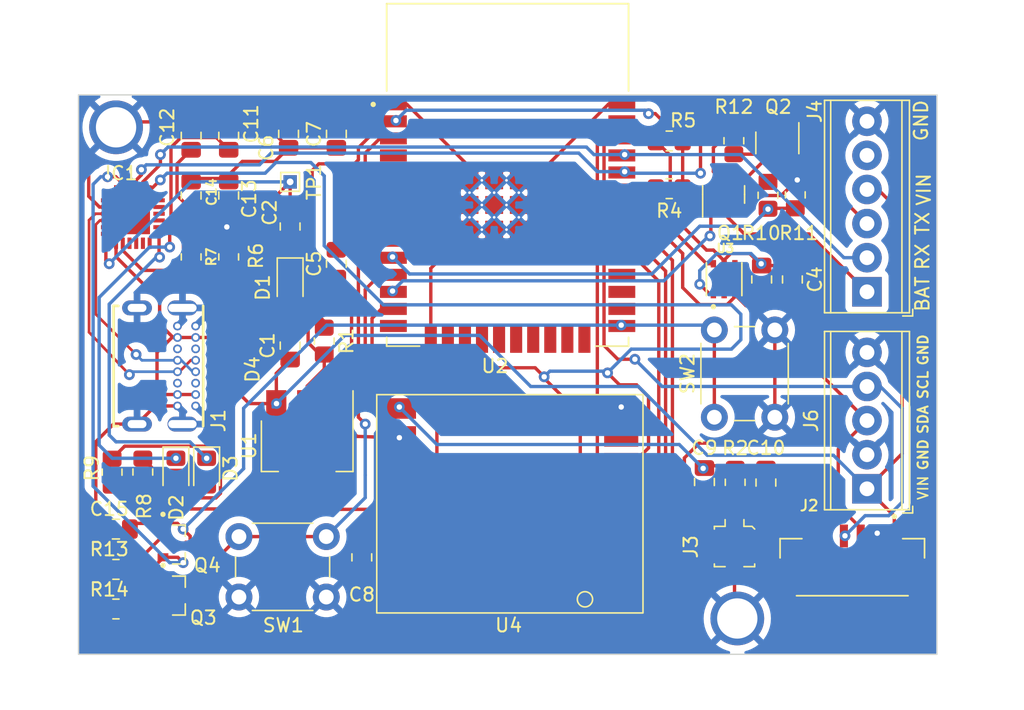
<source format=kicad_pcb>
(kicad_pcb (version 20221018) (generator pcbnew)
  (layers (0 "F.Cu" signal) (31 "B.Cu" signal) (34 "B.Paste" user) (35 "F.Paste" user) (36 "B.SilkS" user "B.Silkscreen") (37 "F.SilkS" user "F.Silkscreen") (38 "B.Mask" user) (39 "F.Mask" user) (44 "Edge.Cuts" user))
  (net 0 "")
  (net 1 "VIN")
  (net 2 "GND")
  (net 3 "+3V3")
  (net 4 "EN")
  (net 5 "Net-(J3-In)")
  (net 6 "RX")
  (net 7 "TX")
  (net 8 "SDA")
  (net 9 "SCL")
  (net 10 "Net-(D1-A)")
  (net 11 "unconnected-(J2-SHIELD-PadS1)")
  (net 12 "ANT")
  (net 13 "RST")
  (net 20 "BAT")
  (net 21 "Callback")
  (net 22 "READ_BAT")
  (net 23 "BOOT")
  (net 27 "CS")
  (net 28 "SCK")
  (net 29 "MISO")
  (net 31 "MOSI")
  (net 48 "Net-(Q1-D)")
  (net 50 "VBUS")
  (net 51 "TXLED")
  (net 52 "Net-(D2-A)")
  (net 53 "RXLED")
  (net 54 "Net-(D3-A)")
  (net 56 "D+")
  (net 57 "D-")
  (net 58 "Net-(IC1-VBUS)")
  (net 67 "DTR")
  (net 69 "Net-(Q3-Pad1)")
  (net 75 "Net-(Q2-D-Pad1)")
  (net 76 "VBAT")
  (net 77 "Net-(Q4-Pad1)")
  (footprint "Resistor_SMD:R_0805_2012Metric_Pad1.20x1.40mm_HandSolder" (layer "F.Cu") (at 178.054 73.612 90)
    (fp_text reference "R11")
    (fp_text value "100k" hide)
  )
  (footprint "Resistor_SMD:R_0805_2012Metric_Pad1.20x1.40mm_HandSolder" (layer "F.Cu") (at 168.672 69.596 180)
    (fp_text reference "R5")
    (fp_text value "4k7" hide)
  )
  (footprint "Package_SO:TSOP-6_1.65x3.05mm_P0.95mm" (layer "F.Cu") (at 176.718 69.74 -90)
    (fp_text reference "Q2")
    (fp_text value "PMN48XP" hide)
  )
  (footprint "ESP32-aqs:QFN50P400X400X80-25N" (layer "F.Cu") (at 128.758 75.266)
    (fp_text reference "IC1")
    (fp_text value "CP2102N-A02-GQFN24" hide)
  )
  (footprint "ESP32-aqs:XDCR_SGP41-D-R4" (layer "F.Cu") (at 172.758 79.89 90)
    (fp_text reference "U3")
    (fp_text value "SGP41-D-R4" hide)
  )
  (footprint "Capacitor_SMD:C_0805_2012Metric_Pad1.18x1.45mm_HandSolder" (layer "F.Cu") (at 145.796 100.6055 -90)
    (fp_text reference "C8")
    (fp_text value "100nF" hide)
  )
  (footprint "Resistor_SMD:R_0805_2012Metric_Pad1.20x1.40mm_HandSolder" (layer "F.Cu") (at 176.022 73.644 -90)
    (fp_text reference "R10")
    (fp_text value "100k" hide)
  )
  (footprint "LED_SMD:LED_0805_2012Metric_Pad1.15x1.40mm_HandSolder" (layer "F.Cu") (at 140.462 80.171 -90)
    (fp_text reference "D1")
    (fp_text value "LED" hide)
  )
  (footprint "Connector_Coaxial:U.FL_Molex_MCRF_73412-0110_Vertical" (layer "F.Cu") (at 173.531 99.797 180)
    (fp_text reference "J3")
    (fp_text value "ufl connector" hide)
  )
  (footprint "Capacitor_SMD:C_0805_2012Metric_Pad1.18x1.45mm_HandSolder" (layer "F.Cu") (at 143.9035 78.74 -90)
    (fp_text reference "C5")
    (fp_text value "0.1µF" hide)
  )
  (footprint "Capacitor_SMD:C_0805_2012Metric_Pad1.18x1.45mm_HandSolder" (layer "F.Cu") (at 177.838 79.9115 -90)
    (fp_text reference "C4")
    (fp_text value "1µF" hide)
  )
  (footprint "Button_Switch_THT:SW_PUSH_6mm" (layer "F.Cu") (at 143.152 103.56 180)
    (fp_text reference "SW1")
    (fp_text value "TC-1102-B-C-B" hide)
  )
  (footprint "Resistor_SMD:R_0805_2012Metric_Pad1.20x1.40mm_HandSolder" (layer "F.Cu") (at 129.5 94.25 90)
    (fp_text reference "R8")
    (fp_text value "1k" hide)
  )
  (footprint "ESP32-aqs:MODULE_ESP32-WROOM-32" (layer "F.Cu") (at 156.645 72.125)
    (fp_text reference "U2")
    (fp_text value "ESP32-WROOM-32" hide)
  )
  (footprint "Capacitor_SMD:C_0805_2012Metric_Pad1.18x1.45mm_HandSolder" (layer "F.Cu") (at 171.294 94.9925 90)
    (fp_text reference "C9")
    (fp_text value "1µF" hide)
  )
  (footprint "Capacitor_SMD:C_0805_2012Metric_Pad1.18x1.45mm_HandSolder" (layer "F.Cu") (at 143.9035 69.0665 -90)
    (fp_text reference "C7")
    (fp_text value "0.1µF" hide)
  )
  (footprint "ESP32-aqs:SX1276S8S+T-X1" (layer "F.Cu") (at 156.56 95.6)
    (fp_text reference "U4")
    (fp_text value "SX1276S8S+T-X1" hide)
  )
  (footprint "TestPoint:TestPoint_THTPad_1.0x1.0mm_Drill0.5mm" (layer "F.Cu") (at 140.462 72.644)
    (fp_text reference "TP1")
    (fp_text value "VDD" hide)
  )
  (footprint "ESP32-aqs:GCT_USB4085-GF-A_REVA4" (layer "F.Cu") (at 129.405 86.355 -90)
    (fp_text reference "J1")
    (fp_text value "USB4085-GF-A_REVA4" hide)
  )
  (footprint "MountingHole:MountingHole_2.2mm_M2_ISO7380_Pad" (layer "F.Cu") (at 173.736 105.156)
    (fp_text reference "H2" hide)
    (fp_text value "MountingHole_Pad" hide)
  )
  (footprint "Resistor_SMD:R_0805_2012Metric_Pad1.20x1.40mm_HandSolder" (layer "F.Cu") (at 127.214 94.259 90)
    (fp_text reference "R9")
    (fp_text value "1k" hide)
  )
  (footprint "ESP32-aqs:JST_BM06B-GHS-TBT_LF__SN__N_" (layer "F.Cu") (at 182.295 102.362)
    (fp_text reference "J2")
    (fp_text value "JST connector SEN55" hide)
  )
  (footprint "Capacitor_SMD:C_0805_2012Metric_Pad1.18x1.45mm_HandSolder" (layer "F.Cu") (at 127.5 98.5 180)
    (fp_text reference "C15")
    (fp_text value "0.1µF")
  )
  (footprint "TerminalBlock_Phoenix:TerminalBlock_Phoenix_MPT-0,5-5-2.54_1x05_P2.54mm_Horizontal" (layer "F.Cu") (at 183.388 95.5 90)
    (fp_text reference "J6")
    (fp_text value "test point / jst connector" hide)
  )
  (footprint "Capacitor_SMD:C_0805_2012Metric_Pad1.18x1.45mm_HandSolder" (layer "F.Cu") (at 175.552 79.9115 -90)
    (fp_text reference "C3" hide)
    (fp_text value "1µF" hide)
  )
  (footprint "Resistor_SMD:R_0805_2012Metric_Pad1.20x1.40mm_HandSolder" (layer "F.Cu") (at 173.58 95.014 -90)
    (fp_text reference "R2")
    (fp_text value "4k7" hide)
  )
  (footprint "ESP32-aqs:SOD-123FL" (layer "F.Cu") (at 135.89 85.9917 -90)
    (fp_text reference "D4")
    (fp_text value "D_Schottky")
  )
  (footprint "TerminalBlock_Phoenix:TerminalBlock_Phoenix_MPT-0,5-6-2.54_1x06_P2.54mm_Horizontal" (layer "F.Cu") (at 183.388 80.83 90)
    (fp_text reference "J4")
    (fp_text value "UART Connector" hide)
  )
  (footprint "Capacitor_SMD:C_0805_2012Metric_Pad1.18x1.45mm_HandSolder" (layer "F.Cu") (at 133.096 73.66 90)
    (fp_text reference "C14")
    (fp_text value "0.1µF" hide)
  )
  (footprint "Capacitor_SMD:C_0805_2012Metric_Pad1.18x1.45mm_HandSolder" (layer "F.Cu") (at 140.462 84.836 90)
    (fp_text reference "C1")
    (fp_text value "100nF" hide)
  )
  (footprint "Resistor_SMD:R_0805_2012Metric_Pad1.20x1.40mm_HandSolder" (layer "F.Cu") (at 135.89 78.232 90)
    (fp_text reference "R7")
    (fp_text value "47k" hide)
  )
  (footprint "Capacitor_SMD:C_0805_2012Metric_Pad1.18x1.45mm_HandSolder" (layer "F.Cu") (at 140.3475 69.0665 -90)
    (fp_text reference "C6")
    (fp_text value "10µF" hide)
  )
  (footprint "Capacitor_SMD:C_0805_2012Metric_Pad1.18x1.45mm_HandSolder" (layer "F.Cu") (at 175.866 95.0355 90)
    (fp_text reference "C10")
    (fp_text value "1µF" hide)
  )
  (footprint "Resistor_SMD:R_0805_2012Metric_Pad1.20x1.40mm_HandSolder" (layer "F.Cu") (at 127.5 104.45)
    (fp_text reference "R14")
    (fp_text value "10k" hide)
  )
  (footprint "Capacitor_SMD:C_0805_2012Metric_Pad1.18x1.45mm_HandSolder" (layer "F.Cu") (at 140.462 75.9675 -90)
    (fp_text reference "C2")
    (fp_text value "10µF" hide)
  )
  (footprint "ESP32-aqs:TRANS_SS8050-G" (layer "F.Cu") (at 132.01 99.65)
    (fp_text reference "Q4")
    (fp_text value "SS8050-G")
  )
  (footprint "ESP32-aqs:TRANS_SS8050-G" (layer "F.Cu") (at 132.01 103.45)
    (fp_text reference "Q3")
    (fp_text value "SS8050-G")
  )
  (footprint "Resistor_SMD:R_0805_2012Metric_Pad1.20x1.40mm_HandSolder" (layer "F.Cu") (at 127.5 101.5)
    (fp_text reference "R13")
    (fp_text value "10k" hide)
  )
  (footprint "Package_TO_SOT_SMD:SOT-23" (layer "F.Cu") (at 172.72 73.5815 90)
    (fp_text reference "Q1")
    (fp_text value "IRLML0030" hide)
  )
  (footprint "Capacitor_SMD:C_0805_2012Metric_Pad1.18x1.45mm_HandSolder" (layer "F.Cu") (at 133.096 69.215 90)
    (fp_text reference "C12")
    (fp_text value "0.1µF" hide)
  )
  (footprint "LED_SMD:LED_0805_2012Metric_Pad1.15x1.40mm_HandSolder" (layer "F.Cu") (at 131.964 94.25 -90)
    (fp_text reference "D2")
    (fp_text value "LED" hide)
  )
  (footprint "Capacitor_SMD:C_0805_2012Metric_Pad1.18x1.45mm_HandSolder" (layer "F.Cu") (at 135.89 73.66 90)
    (fp_text reference "C13")
    (fp_text value "10µF" hide)
  )
  (footprint "Resistor_SMD:R_0805_2012Metric_Pad1.20x1.40mm_HandSolder" (layer "F.Cu") (at 168.672 73.152 180)
    (fp_text reference "R4")
    (fp_text value "4k7" hide)
  )
  (footprint "Resistor_SMD:R_0805_2012Metric_Pad1.20x1.40mm_HandSolder" (layer "F.Cu") (at 173.482 69.58 90)
    (fp_text reference "R12")
    (fp_text value "1M" hide)
  )
  (footprint "MountingHole:MountingHole_2.2mm_M2_ISO7380_Pad" (layer "F.Cu") (at 127.508 68.58)
    (fp_text reference "H1" hide)
    (fp_text value "MountingHole_Pad" hide)
  )
  (footprint "Resistor_SMD:R_0805_2012Metric_Pad1.20x1.40mm_HandSolder" (layer "F.Cu") (at 133.096 78.232 -90)
    (fp_text reference "R6")
    (fp_text value "20k" hide)
  )
  (footprint "Package_TO_SOT_SMD:SOT-223-3_TabPin2" (layer "F.Cu") (at 141.732 92.304 -90)
    (fp_text reference "U1")
    (fp_text value "LD1117S33TR_SOT223" hide)
  )
  (footprint "Resistor_SMD:R_0805_2012Metric_Pad1.20x1.40mm_HandSolder" (layer "F.Cu") (at 143 84.5 -90)
    (fp_text reference "R1")
    (fp_text value "1k")
  )
  (footprint "LED_SMD:LED_0805_2012Metric_Pad1.15x1.40mm_HandSolder" (layer "F.Cu") (at 134.25 94.25 -90)
    (fp_text reference "D3")
    (fp_text value "LED" hide)
  )
  (footprint "Capacitor_SMD:C_0805_2012Metric_Pad1.18x1.45mm_HandSolder" (layer "F.Cu") (at 135.89 69.215 90)
    (fp_text reference "C11")
    (fp_text value "0.1µF" hide)
  )
  (footprint "Button_Switch_THT:SW_PUSH_6mm" (layer "F.Cu") (at 172.03 90.17 90)
    (fp_text reference "SW2")
    (fp_text value "TC-1102-B-C-B" hide)
  )
  (gr_rect (start 124.714 66.167) (end 188.595 107.823) (stroke (width 0.1)) (fill none) (layer "Edge.Cuts"))
  (gr_text "GND" (at 188 86.4 90) (layer "F.SilkS") (effects (font (size 0.75 0.75)) (justify left bottom)))
  (gr_text "RX" (at 188.1 79.3 90) (layer "F.SilkS") (effects (font (size 1 1)) (justify left bottom)))
  (gr_text "SDA" (at 188 91.5 90) (layer "F.SilkS") (effects (font (size 0.75 0.75)) (justify left bottom)))
  (gr_text "GND" (at 188 69.7 90) (layer "F.SilkS") (effects (font (size 1 1)) (justify left bottom)))
  (gr_text "SCL" (at 188 88.9 90) (layer "F.SilkS") (effects (font (size 0.75 0.75)) (justify left bottom)))
  (gr_text "GND" (at 188 94.2 90) (layer "F.SilkS") (effects (font (size 0.75 0.75)) (justify left bottom)))
  (gr_text "TX" (at 188.1 76.7 90) (layer "F.SilkS") (effects (font (size 1 1)) (justify left bottom)))
  (gr_text "VIN" (at 188 96.4 90) (layer "F.SilkS") (effects (font (size 0.75 0.75) (thickness 0.125)) (justify left bottom)))
  (gr_text "BAT" (at 188.1 82.4 90) (layer "F.SilkS") (effects (font (size 1 1)) (justify left bottom)))
  (gr_text "VIN\n" (at 188.2 74.5 90) (layer "F.SilkS") (effects (font (size 1 1)) (justify left bottom)))
  (segment (start 137.414 89.154) (end 139.432 89.154) (width 0.25) (layer "F.Cu") (net 1))
  (segment (start 184.21 73.21) (end 183.388 73.21) (width 0.25) (layer "F.Cu") (net 1))
  (segment (start 183.388 95.5) (end 185.42 97.532) (width 0.25) (layer "F.Cu") (net 1))
  (segment (start 186 75) (end 184.21 73.21) (width 0.25) (layer "F.Cu") (net 1))
  (segment (start 139.432 86.9035) (end 140.462 85.8735) (width 0.25) (layer "F.Cu") (net 1))
  (segment (start 183.388 95.5) (end 186 92.888) (width 0.25) (layer "F.Cu") (net 1))
  (segment (start 186 92.888) (end 186 75) (width 0.25) (layer "F.Cu") (net 1))
  (segment (start 139.432 89.154) (end 139.446 89.154) (width 0.25) (layer "F.Cu") (net 1))
  (segment (start 139.446 89.154) (end 139.432 86.9035) (width 0.25) (layer "F.Cu") (net 1))
  (segment (start 135.89 87.63) (end 137.414 89.154) (width 0.25) (layer "F.Cu") (net 1))
  (segment (start 185.42 97.532) (end 185.42 99.012) (width 0.25) (layer "F.Cu") (net 1))
  (via (at 139.446 89.154) (size 0.8) (drill 0.4) (layers "F.Cu" "B.Cu") (net 1))
  (segment (start 166.384 87.884) (end 158.369 87.884) (width 0.25) (layer "B.Cu") (net 1))
  (segment (start 154.559 84.074) (end 144.526 84.074) (width 0.25) (layer "B.Cu") (net 1))
  (segment (start 183.388 95.5) (end 180.888 93) (width 0.25) (layer "B.Cu") (net 1))
  (segment (start 144.526 84.074) (end 139.446 89.154) (width 0.25) (layer "B.Cu") (net 1))
  (segment (start 171.5 93) (end 166.384 87.884) (width 0.25) (layer "B.Cu") (net 1))
  (segment (start 180.888 93) (end 171.5 93) (width 0.25) (layer "B.Cu") (net 1))
  (segment (start 139.192 89.408) (end 139.446 89.154) (width 0.25) (layer "B.Cu") (net 1))
  (segment (start 158.369 87.884) (end 154.559 84.074) (width 0.25) (layer "B.Cu") (net 1))
  (segment (start 175.006 99.797) (end 175.006 99.822) (width 0.25) (layer "F.Cu") (net 2))
  (segment (start 178.997 80.949) (end 183.388 85.34) (width 0.25) (layer "F.Cu") (net 2))
  (segment (start 172.056 99.797) (end 172.056 99.822) (width 0.25) (layer "F.Cu") (net 2))
  (segment (start 135.89 67.818) (end 137.16 66.548) (width 0.25) (layer "F.Cu") (net 2))
  (segment (start 128.008 74.516) (end 126.27338 74.516) (width 0.25) (layer "F.Cu") (net 2))
  (segment (start 155.645 75.2825) (end 155.645 74.365) (width 0.25) (layer "F.Cu") (net 2))
  (segment (start 143.9035 79.7775) (end 143.9035 80.4035) (width 0.25) (layer "F.Cu") (net 2))
  (segment (start 135.89 72.6225) (end 135.89 72.136) (width 0.25) (layer "F.Cu") (net 2))
  (segment (start 133.096 72.6225) (end 133.3285 72.39) (width 0.25) (layer "F.Cu") (net 2))
  (segment (start 136.906 71.12) (end 139.3315 71.12) (width 0.25) (layer "F.Cu") (net 2))
  (segment (start 173.558 78.74) (end 173.558 79.09) (width 0.25) (layer "F.Cu") (net 2))
  (segment (start 174.493 79.89) (end 175.552 80.949) (width 0.25) (layer "F.Cu") (net 2))
  (segment (start 126 98.0375) (end 126 92) (width 0.25) (layer "F.Cu") (net 2))
  (segment (start 176.53 90.17) (end 176.53 83.67) (width 0.25) (layer "F.Cu") (net 2))
  (segment (start 173.531 104.951) (end 173.736 105.156) (width 0.25) (layer "F.Cu") (net 2))
  (segment (start 175.006 96.933) (end 175.866 96.073) (width 0.25) (layer "F.Cu") (net 2))
  (segment (start 145.034 87.63) (end 144.032 88.632) (width 0.25) (layer "F.Cu") (net 2))
  (segment (start 168.253 103.6) (end 172.056 99.797) (width 0.25) (layer "F.Cu") (net 2))
  (segment (start 174.529 73.66) (end 177.006 73.66) (width 0.25) (layer "F.Cu") (net 2))
  (segment (start 173.558 79.09) (end 172.758 79.89) (width 0.25) (layer "F.Cu") (net 2))
  (segment (start 172.056 99.797) (end 172.056 96.792) (width 0.25) (layer "F.Cu") (net 2))
  (segment (start 157.48 75.2825) (end 157.48 76.2) (width 0.25) (layer "F.Cu") (net 2))
  (segment (start 147.828 66.548) (end 139.7 66.548) (width 0.25) (layer "F.Cu") (net 2))
  (segment (start 170.9 92.1) (end 174.6 92.1) (width 0.25) (layer "F.Cu") (net 2))
  (segment (start 148.59 91.694) (end 148.56 91.6) (width 0.25) (layer "F.Cu") (net 2))
  (segment (start 154.7275 74.365) (end 155.645 74.365) (width 0.25) (layer "F.Cu") (net 2))
  (segment (start 174.6 92.1) (end 176.53 90.17) (width 0.25) (layer "F.Cu") (net 2))
  (segment (start 175.006 99.797) (end 175.006 96.933) (width 0.25) (layer "F.Cu") (net 2))
  (segment (start 126.27338 74.516) (end 125.476 73.71862) (width 0.25) (layer "F.Cu") (net 2))
  (segment (start 165.1 103.6) (end 168.253 103.6) (width 0.25) (layer "F.Cu") (net 2))
  (segment (start 143.9035 79.7775) (end 141.0935 79.7775) (width 0.25) (layer "F.Cu") (net 2))
  (segment (start 156.5625 74.365) (end 155.645 74.365) (width 0.25) (layer "F.Cu") (net 2))
  (segment (start 154.7275 72.53) (end 155.645 72.53) (width 0.25) (layer "F.Cu") (net 2))
  (segment (start 143.152 103.56) (end 145.069 101.643) (width 0.25) (layer "F.Cu") (net 2))
  (segment (start 139.3315 71.12) (end 140.3475 70.104) (width 0.25) (layer "F.Cu") (net 2))
  (segment (start 150.93 84.375) (end 150.93 79.08) (width 0.25) (layer "F.Cu") (net 2))
  (segment (start 164.145 66.865) (end 158.48 72.53) (width 0.25) (layer "F.Cu") (net 2))
  (segment (start 135.75 76) (end 135.75 76.25) (width 0.25) (layer "F.Cu") (net 2))
  (segment (start 153.81 75.2825) (end 153.81 74.365) (width 0.25) (layer "F.Cu") (net 2))
  (segment (start 169.8 95.2) (end 169.8 93.2) (width 0.25) (layer "F.Cu") (net 2))
  (segment (start 156.5625 72.53) (end 157.48 72.53) (width 0.25) (layer "F.Cu") (net 2))
  (segment (start 180.42 99.012) (end 180.42 98.162) (width 0.25) (layer "F.Cu") (net 2))
  (segment (start 177.838 80.949) (end 178.997 80.949) (width 0.25) (layer "F.Cu") (net 2))
  (segment (start 153.81 73.4475) (end 153.81 72.53) (width 0.25) (layer "F.Cu") (net 2))
  (segment (start 128.758 75.266) (end 128.008 74.516) (width 0.25) (layer "F.Cu") (net 2))
  (segment (start 127.9105 68.1775) (end 127.508 68.58) (width 0.25) (layer "F.Cu") (net 2))
  (segment (start 178.331 96.073) (end 175.866 96.073) (width 0.25) (layer "F.Cu") (net 2))
  (segment (start 126.4625 98.5) (end 126 98.0375) (width 0.25) (layer "F.Cu") (net 2))
  (segment (start 156.5625 76.2) (end 155.645 76.2) (width 0.25) (layer "F.Cu") (net 2))
  (segment (start 145.069 101.643) (end 145.796 101.643) (width 0.25) (layer "F.Cu") (net 2))
  (segment (start 143.9035 80.4035) (end 145.034 81.534) (width 0.25) (layer "F.Cu") (net 2))
  (segment (start 157.48 75.2825) (end 157.48 74.365) (width 0.25) (layer "F.Cu") (net 2))
  (segment (start 148.145 66.865) (end 149.145 66.865) (width 0.25) (layer "F.Cu") (net 2))
  (segment (start 127.32 90.68) (end 129.07 90.68) (width 0.25) (layer "F.Cu") (net 2))
  (segment (start 165.145 66.865) (end 164.145 66.865) (width 0.25) (layer "F.Cu") (net 2))
  (segment (start 130.42 89.33) (end 132.08 89.33) (width 0.25) (layer "F.Cu") (net 2))
  (segment (start 125.476 73.71862) (end 125.476 70.612) (width 0.25) (layer "F.Cu") (net 2))
  (segment (start 156.5625 76.2) (end 157.48 76.2) (width 0.25) (layer "F.Cu") (net 2))
  (segment (start 141.0935 79.7775) (end 140.462 79.146) (width 0.25) (layer "F.Cu") (net 2))
  (segment (start 144.032 88.632) (end 144.032 89.154) (width 0.25) (layer "F.Cu") (net 2))
  (segment (start 154.7275 76.2) (end 153.81 76.2) (width 0.25) (layer "F.Cu") (net 2))
  (segment (start 140.462 77.005) (end 140.462 79.146) (width 0.25) (layer "F.Cu") (net 2))
  (segment (start 172.056 99.822) (end 173.531 101.297) (width 0.25) (layer "F.Cu") (net 2))
  (segment (start 133.3285 72.39) (end 135.6575 72.39) (width 0.25) (layer "F.Cu") (net 2))
  (segment (start 172.758 81.04) (end 172.758 79.89) (width 0.25) (layer "F.Cu") (net 2))
  (segment (start 155.645 73.4475) (end 155.645 72.53) (width 0.25) (layer "F.Cu") (net 2))
  (segment (start 175.552 80.949) (end 177.838 80.949) (width 0.25) (layer "F.Cu") (net 2))
  (segment (start 175.006 99.822) (end 173.531 101.297) (width 0.25) (layer "F.Cu") (net 2))
  (segment (start 145.034 81.534) (end 145.034 87.63) (width 0.25) (layer "F.Cu") (net 2))
  (segment (start 135.89 68.1775) (end 138.421 68.1775) (width 0.25) (layer "F.Cu") (net 2))
  (segment (start 137.16 66.548) (end 139.7 66.548) (width 0.25) (layer "F.Cu") (net 2))
  (segment (start 149.145 66.865) (end 153.81 71.53) (width 0.25) (layer "F.Cu") (net 2))
  (segment (start 135.89 68.1775) (end 135.89 67.818) (width 0.25) (layer "F.Cu") (net 2))
  (segment (start 133.096 68.1775) (end 127.9105 68.1775) (width 0.25) (layer "F.Cu") (net 2))
  (segment (start 144.032 90.184) (end 145.448 91.6) (width 0.25) (layer "F.Cu") (net 2))
  (segment (start 135.6575 72.39) (end 135.89 72.6225) (width 0.25) (layer "F.Cu") (net 2))
  (segment (start 170.63 96.03) (end 169.8 95.2) (width 0.25) (layer "F.Cu") (net 2))
  (segment (start 173.67 74.519) (end 174.529 73.66) (width 0.25) (layer "F.Cu") (net 2))
  (segment (start 126 92) (end 127.32 90.68) (width 0.25) (layer "F.Cu") (net 2))
  (segment (start 173.531 101.297) (end 173.531 104.951) (width 0.25) (layer "F.Cu") (net 2))
  (segment (start 135.89 76.39) (end 135.89 77.232) (width 0.25) (layer "F.Cu") (net 2))
  (segment (start 171.294 96.03) (end 170.63 96.03) (width 0.25) (layer "F.Cu") (net 2))
  (segment (start 153.81 71.53) (end 153.81 72.53) (width 0.25) (layer "F.Cu") (net 2))
  (segment (start 153.81 73.4475) (end 153.81 74.365) (width 0.25) (layer "F.Cu") (net 2))
  (segment (start 172.056 96.792) (end 171.294 96.03) (width 0.25) (layer "F.Cu") (net 2))
  (segment (start 157.48 73.4475) (end 157.48 72.53) (width 0.25) (layer "F.Cu") (net 2))
  (segment (start 138.6935 82.03) (end 140.462 83.7985) (width 0.25) (layer "F.Cu") (net 2))
  (segment (start 125.476 70.612) (end 127.508 68.58) (width 0.25) (layer "F.Cu") (net 2))
  (segment (start 155.645 75.2825) (end 155.645 76.2) (width 0.25) (layer "F.Cu") (net 2))
  (segment (start 169.8 93.2) (end 170.9 92.1) (width 0.25) (layer "F.Cu") (net 2))
  (segment (start 153.81 75.2825) (end 153.81 76.2) (width 0.25) (layer "F.Cu") (net 2))
  (segment (start 154.7275 74.365) (end 153.81 74.365) (width 0.25) (layer "F.Cu") (net 2))
  (segment (start 148.145 66.865) (end 147.828 66.548) (width 0.25) (layer "F.Cu") (net 2))
  (segment (start 135.89 72.136) (end 136.906 71.12) (width 0.25) (layer "F.Cu") (net 2))
  (segment (start 135.75 76.25) (end 135.89 76.39) (width 0.25) (layer "F.Cu") (net 2))
  (segment (start 172.758 79.89) (end 174.493 79.89) (width 0.25) (layer "F.Cu") (net 2))
  (segment (start 155.645 73.4475) (end 155.645 74.365) (width 0.25) (layer "F.Cu") (net 2))
  (segment (start 150.93 79.08) (end 153.81 76.2) (width 0.25) (layer "F.Cu") (net 2))
  (segment (start 156.5625 72.53) (end 155.645 72.53) (width 0.25) (layer "F.Cu") (net 2))
  (segment (start 154.7275 76.2) (end 155.645 76.2) (width 0.25) (layer "F.Cu") (net 2))
  (segment (start 178.2 72.5) (end 178.054 72.612) (width 0.25) (layer "F.Cu") (net 2))
  (segment (start 133.096 68.1775) (end 135.89 68.1775) (width 0.25) (layer "F.Cu") (net 2))
  (segment (start 144.032 89.154) (end 144.032 90.184) (width 0.25) (layer "F.Cu") (net 2))
  (segment (start 154.7275 72.53) (end 153.81 72.53) (width 0.25) (layer "F.Cu") (net 2))
  (segment (start 145.448 91.6) (end 148.59 91.694) (width 0.25) (layer "F.Cu") (net 2))
  (segment (start 180.42 98.162) (end 178.331 96.073) (width 0.25) (layer "F.Cu") (net 2))
  (segment (start 177.006 73.66) (end 178.2 72.5) (width 0.25) (layer "F.Cu") (net 2))
  (segment (start 132.45 82.03) (end 138.6935 82.03) (width 0.25) (layer "F.Cu") (net 2))
  (segment (start 140.3475 70.104) (end 143.9035 70.104) (width 0.25) (layer "F.Cu") (net 2))
  (segment (start 156.5625 74.365) (end 157.48 74.365) (width 0.25) (layer "F.Cu") (net 2))
  (segment (start 138.421 68.1775) (end 140.3475 70.104) (width 0.25) (layer "F.Cu") (net 2))
  (segment (start 129.07 90.68) (end 130.42 89.33) (width 0.25) (layer "F.Cu") (net 2))
  (segment (start 157.48 73.4475) (end 157.48 74.365) (width 0.25) (layer "F.Cu") (net 2))
  (segment (start 158.48 72.53) (end 157.48 72.53) (width 0.25) (layer "F.Cu") (net 2))
  (via (at 178.2 72.5) (size 0.8) (drill 0.4) (layers "F.Cu" "B.Cu") (net 2))
  (via (at 165.1 89.408) (size 0.8) (drill 0.4) (layers "F.Cu" "B.Cu") (net 2))
  (via (at 135.75 76) (size 0.8) (drill 0.4) (layers "F.Cu" "B.Cu") (net 2))
  (via (at 148.59 91.694) (size 0.8) (drill 0.4) (layers "F.Cu" "B.Cu") (net 2))
  (via (at 184.15 98.806) (size 0.8) (drill 0.4) (layers "F.Cu" "B.Cu") (net 2))
  (segment (start 141.05 82.55) (end 141.8 83.3) (width 0.25) (layer "F.Cu") (net 3))
  (segment (start 169.672 69.596) (end 169.672 73.152) (width 0.25) (layer "F.Cu") (net 3))
  (segment (start 172.758 78.465) (end 173.245 77.978) (width 0.25) (layer "F.Cu") (net 3))
  (segment (start 148.208 68.135) (end 144.0095 68.135) (width 0.25) (layer "F.Cu") (net 3))
  (segment (start 139.192 76.2) (end 139.192 81.778087) (width 0.25) (layer "F.Cu") (net 3))
  (segment (start 132.046 71.3025) (end 132.046 73.6475) (width 0.25) (layer "F.Cu") (net 3))
  (segment (start 139.192 81.778087) (end 139.963913 82.55) (width 0.25) (layer "F.Cu") (net 3))
  (segment (start 135.301826 73.66) (end 139.446 73.66) (width 0.25) (layer "F.Cu") (net 3))
  (segment (start 167.132 67.564) (end 167.64 67.564) (width 0.25) (layer "F.Cu") (net 3))
  (segment (start 133.096 70.2525) (end 132.046 71.3025) (width 0.25) (layer "F.Cu") (net 3))
  (segment (start 169.672 75.946) (end 171.45 77.724) (width 0.25) (layer "F.Cu") (net 3))
  (segment (start 141.732 95.454) (end 143.306 97.028) (width 0.25) (layer "F.Cu") (net 3))
  (segment (start 145.542 70.09838) (end 145.542 71) (width 0.25) (layer "F.Cu") (net 3))
  (segment (start 172.758 78.74) (end 172.758 78.465) (width 0.25) (layer "F.Cu") (net 3))
  (segment (start 171.45 77.724) (end 171.958 77.724) (width 0.25) (layer "F.Cu") (net 3))
  (segment (start 134.84 74.121826) (end 135.301826 73.66) (width 0.25) (layer "F.Cu") (net 3))
  (segment (start 144.0095 68.135) (end 143.9035 68.029) (width 0.25) (layer "F.Cu") (net 3))
  (segment (start 134.3445 74.6975) (end 134.84 74.202) (width 0.25) (layer "F.Cu") (net 3))
  (segment (start 142.6 71.3) (end 142.1 71.8) (width 0.25) (layer "F.Cu") (net 3))
  (segment (start 145.242 71.3) (end 142.6 71.3) (width 0.25) (layer "F.Cu") (net 3))
  (segment (start 142.1 71.8) (end 142.1 73.292) (width 0.25) (layer "F.Cu") (net 3))
  (segment (start 127.223 95.25) (end 127.214 95.259) (width 0.25) (layer "F.Cu") (net 3))
  (segment (start 170.942 80.264) (end 171.718 81.04) (width 0.25) (layer "F.Cu") (net 3))
  (segment (start 143.306 97.028) (end 147.988 97.028) (width 0.25) (layer "F.Cu") (net 3))
  (segment (start 139.963913 82.55) (end 141.05 82.55) (width 0.25) (layer "F.Cu") (net 3))
  (segment (start 141.732 89.154) (end 141.732 95.454) (width 0.25) (layer "F.Cu") (net 3))
  (segment (start 148.145 68.135) (end 148.082 68.135) (width 0.25) (layer "F.Cu") (net 3))
  (segment (start 148.082 68.135) (end 148.336 68.072) (width 0.25) (layer "F.Cu") (net 3))
  (segment (start 140.3475 68.029) (end 143.9035 68.029) (width 0.25) (layer "F.Cu") (net 3))
  (segment (start 174.656 77.978) (end 175.552 78.874) (width 0.25) (layer "F.Cu") (net 3))
  (segment (start 140.462 74.93) (end 139.192 76.2) (width 0.25) (layer "F.Cu") (net 3))
  (segment (start 145.796 99.568) (end 147.764 97.6) (width 0.25) (layer "F.Cu") (net 3))
  (segment (start 140.462 74.93) (end 140.462 72.644) (width 0.25) (layer "F.Cu") (net 3))
  (segment (start 177.838 78.874) (end 175.552 78.874) (width 0.25) (layer "F.Cu") (net 3))
  (segment (start 129.5 95.25) (end 131.25 97) (width 0.25) (layer "F.Cu") (net 3))
  (segment (start 141.8 84.618) (end 143.002 85.82) (width 0.25) (layer "F.Cu") (net 3))
  (segment (start 133.096 74.6975) (end 134.3445 74.6975) (width 0.25) (layer "F.Cu") (net 3))
  (segment (start 126.75 78.49) (end 126.75 76.574) (width 0.25) (layer "F.Cu") (net 3))
  (segment (start 148.336 68.072) (end 148.208 68.135) (width 0.25) (layer "F.Cu") (net 3))
  (segment (start 139.446 73.66) (end 140.462 72.644) (width 0.25) (layer "F.Cu") (net 3))
  (segment (start 131.25 97) (end 140.186 97) (width 0.25) (layer "F.Cu") (net 3))
  (segment (start 143.002 86.582) (end 141.732 87.852) (width 0.25) (layer "F.Cu") (net 3))
  (segment (start 147.988 97.028) (end 148.56 97.6) (width 0.25) (layer "F.Cu") (net 3))
  (segment (start 171.718 81.04) (end 171.958 81.04) (width 0.25) (layer "F.Cu") (net 3))
  (segment (start 129.5 95.25) (end 127.223 95.25) (width 0.25) (layer "F.Cu") (net 3))
  (segment (start 147.764 97.6) (end 148.56 97.6) (width 0.25) (layer "F.Cu") (net 3))
  (segment (start 145.542 71) (end 145.242 71.3) (width 0.25) (layer "F.Cu") (net 3))
  (segment (start 140.186 97) (end 141.732 95.454) (width 0.25) (layer "F.Cu") (net 3))
  (segment (start 142.1 73.292) (end 140.462 74.93) (width 0.25) (layer "F.Cu") (net 3))
  (segment (start 167.64 67.564) (end 169.672 69.596) (width 0.25) (layer "F.Cu") (net 3))
  (segment (start 127 78.74) (end 126.75 78.49) (width 0.25) (layer "F.Cu") (net 3))
  (segment (start 126.75 76.574) (end 126.808 76.516) (width 0.25) (layer "F.Cu") (net 3))
  (segment (start 143.002 85.82) (end 143.002 86.582) (width 0.25) (layer "F.Cu") (net 3))
  (segment (start 132.046 73.6475) (end 133.096 74.6975) (width 0.25) (layer "F.Cu") (net 3))
  (segment (start 148.145 68.135) (end 147.50538 68.135) (width 0.25) (layer "F.Cu") (net 3))
  (segment (start 141.8 83.3) (end 141.8 84.618) (width 0.25) (layer "F.Cu") (net 3))
  (segment (start 134.84 74.202) (end 134.84 74.121826) (width 0.25) (layer "F.Cu") (net 3))
  (segment (start 147.50538 68.135) (end 145.542 70.09838) (width 0.25) (layer "F.Cu") (net 3))
  (segment (start 171.958 77.724) (end 172.758 78.524) (width 0.25) (layer "F.Cu") (net 3))
  (segment (start 169.672 73.152) (end 169.672 75.946) (width 0.25) (layer "F.Cu") (net 3))
  (segment (start 141.732 87.852) (end 141.732 89.154) (width 0.25) (layer "F.Cu") (net 3))
  (segment (start 172.758 78.524) (end 172.758 78.74) (width 0.25) (layer "F.Cu") (net 3))
  (segment (start 173.245 77.978) (end 174.656 77.978) (width 0.25) (layer "F.Cu") (net 3))
  (segment (start 126.808 76.516) (end 126.808 76.016) (width 0.25) (layer "F.Cu") (net 3))
  (via (at 175.514 78.74) (size 0.8) (drill 0.4) (layers "F.Cu" "B.Cu") (net 3))
  (via (at 148.336 68.072) (size 0.8) (drill 0.4) (layers "F.Cu" "B.Cu") (net 3))
  (via (at 127 78.74) (size 0.8) (drill 0.4) (layers "F.Cu" "B.Cu") (net 3))
  (via (at 170.942 80.264) (size 0.8) (drill 0.4) (layers "F.Cu" "B.Cu") (net 3))
  (via (at 167.132 67.564) (size 0.8) (drill 0.4) (layers "F.Cu" "B.Cu") (net 3))
  (segment (start 149.098 67.31) (end 148.336 68.072) (width 0.25) (layer "B.Cu") (net 3))
  (segment (start 127 78.74) (end 133.096 72.644) (width 0.25) (layer "B.Cu") (net 3))
  (segment (start 166.878 67.31) (end 149.098 67.31) (width 0.25) (layer "B.Cu") (net 3))
  (segment (start 172.212 77.978) (end 174.752 77.978) (width 0.25) (layer "B.Cu") (net 3))
  (segment (start 133.096 72.644) (end 140.462 72.644) (width 0.25) (layer "B.Cu") (net 3))
  (segment (start 170.942 79.248) (end 172.212 77.978) (width 0.25) (layer "B.Cu") (net 3))
  (segment (start 170.942 80.264) (end 170.942 79.248) (width 0.25) (layer "B.Cu") (net 3))
  (segment (start 167.132 67.564) (end 166.878 67.31) (width 0.25) (layer "B.Cu") (net 3))
  (segment (start 174.752 77.978) (end 175.514 78.74) (width 0.25) (layer "B.Cu") (net 3))
  (segment (start 133.02 102.692) (end 136.652 99.06) (width 0.25) (layer "F.Cu") (net 4))
  (segment (start 146.05 90.678) (end 145.542 90.17) (width 0.25) (layer "F.Cu") (net 4))
  (segment (start 146.05 75.45) (end 143.9035 77.5965) (width 0.25) (layer "F.Cu") (net 4))
  (segment (start 147.145 69.405) (end 146.05 70.5) (width 0.25) (layer "F.Cu") (net 4))
  (segment (start 144.7585 77.7025) (end 143.9035 77.7025) (width 0.25) (layer "F.Cu") (net 4))
  (segment (start 145.542 90.17) (end 145.542 78.486) (width 0.25) (layer "F.Cu") (net 4))
  (segment (start 145.542 78.486) (end 144.7585 77.7025) (width 0.25) (layer "F.Cu") (net 4))
  (segment (start 146.05 70.5) (end 146.05 75.45) (width 0.25) (layer "F.Cu") (net 4))
  (segment (start 148.145 69.405) (end 147.145 69.405) (width 0.25) (layer "F.Cu") (net 4))
  (segment (start 133.02 103.45) (end 133.02 102.692) (width 0.25) (layer "F.Cu") (net 4))
  (segment (start 143.9035 77.5965) (end 143.9035 77.7025) (width 0.25) (layer "F.Cu") (net 4))
  (segment (start 136.652 99.06) (end 143.152 99.06) (width 0.25) (layer "F.Cu") (net 4))
  (via (at 146.05 90.678) (size 0.8) (drill 0.4) (layers "F.Cu" "B.Cu") (net 4))
  (segment (start 143.152 99.06) (end 146.05 96.162) (width 0.25) (layer "B.Cu") (net 4))
  (segment (start 146.05 96.162) (end 146.05 94.488) (width 0.25) (layer "B.Cu") (net 4))
  (segment (start 146.05 90.678) (end 146.05 94.488) (width 0.25) (layer "B.Cu") (net 4))
  (segment (start 173.85 96.014) (end 173.58 96.014) (width 0.25) (layer "F.Cu") (net 5))
  (segment (start 173.531 98.297) (end 173.531 96.063) (width 0.25) (layer "F.Cu") (net 5))
  (segment (start 173.531 96.063) (end 173.58 96.014) (width 0.25) (layer "F.Cu") (net 5))
  (segment (start 175.866 93.998) (end 173.85 96.014) (width 0.25) (layer "F.Cu") (net 5))
  (segment (start 130.81 71.342396) (end 129.508 72.644396) (width 0.25) (layer "F.Cu") (net 6))
  (segment (start 129.508 72.644396) (end 129.508 73.316) (width 0.25) (layer "F.Cu") (net 6))
  (segment (start 130.81 70.612) (end 130.81 71.342396) (width 0.25) (layer "F.Cu") (net 6))
  (via (at 165.354 70.612) (size 0.8) (drill 0.4) (layers "F.Cu" "B.Cu") (net 6))
  (via (at 130.81 70.612) (size 0.8) (drill 0.4) (layers "F.Cu" "B.Cu") (net 6))
  (segment (start 181.668 78.29) (end 173.99 70.612) (width 0.25) (layer "B.Cu") (net 6))
  (segment (start 173.99 70.612) (end 165.354 70.612) (width 0.25) (layer "B.Cu") (net 6))
  (segment (start 162.506 70.05) (end 163.068 70.612) (width 0.25) (layer "B.Cu") (net 6))
  (segment (start 131.372 70.05) (end 162.506 70.05) (width 0.25) (layer "B.Cu") (net 6))
  (segment (start 163.068 70.612) (end 165.354 70.612) (width 0.25) (layer "B.Cu") (net 6))
  (segment (start 130.81 70.612) (end 131.372 70.05) (width 0.25) (layer "B.Cu") (net 6))
  (segment (start 183.388 78.29) (end 181.668 78.29) (width 0.25) (layer "B.Cu") (net 6))
  (segment (start 129.392898 71.734898) (end 129.392898 72.123102) (width 0.25) (layer "F.Cu") (net 7))
  (segment (start 171 68.974413) (end 171 72) (width 0.25) (layer "F.Cu") (net 7))
  (segment (start 179 68.5) (end 178 67.5) (width 0.25) (layer "F.Cu") (net 7))
  (segment (start 178 67.5) (end 172.474413 67.5) (width 0.25) (layer "F.Cu") (net 7))
  (segment (start 129.392898 72.123102) (end 129.008 72.508) (width 0.25) (layer "F.Cu") (net 7))
  (segment (start 179 71.362) (end 179 68.5) (width 0.25) (layer "F.Cu") (net 7))
  (segment (start 183.388 75.75) (end 179 71.362) (width 0.25) (layer "F.Cu") (net 7))
  (segment (start 172.474413 67.5) (end 171 68.974413) (width 0.25) (layer "F.Cu") (net 7))
  (segment (start 129.008 72.508) (end 129.008 73.316) (width 0.25) (layer "F.Cu") (net 7))
  (via (at 171 72) (size 0.8) (drill 0.4) (layers "F.Cu" "B.Cu") (net 7))
  (via (at 129.392898 71.734898) (size 0.8) (drill 0.4) (layers "F.Cu" "B.Cu") (net 7))
  (via (at 165.354 71.882) (size 0.8) (drill 0.4) (layers "F.Cu" "B.Cu") (net 7))
  (segment (start 139.05 70.5) (end 161.94 70.5) (width 0.25) (layer "B.Cu") (net 7))
  (segment (start 129.392898 71.734898) (end 129.753796 71.374) (width 0.25) (layer "B.Cu") (net 7))
  (segment (start 138.176 71.374) (end 139.05 70.5) (width 0.25) (layer "B.Cu") (net 7))
  (segment (start 171 72) (end 165.472 72) (width 0.25) (layer "B.Cu") (net 7))
  (segment (start 165.472 72) (end 165.354 71.882) (width 0.25) (layer "B.Cu") (net 7))
  (segment (start 129.753796 71.374) (end 138.176 71.374) (width 0.25) (layer "B.Cu") (net 7))
  (segment (start 161.94 70.5) (end 163.322 71.882) (width 0.25) (layer "B.Cu") (net 7))
  (segment (start 163.322 71.882) (end 165.354 71.882) (width 0.25) (layer "B.Cu") (net 7))
  (segment (start 169.672 80.518) (end 169.672 77.978) (width 0.25) (layer "F.Cu") (net 8))
  (segment (start 173.558 81.204) (end 172.974 81.788) (width 0.25) (layer "F.Cu") (net 8))
  (segment (start 183.388 90.42) (end 178.5 85.532) (width 0.25) (layer "F.Cu") (net 8))
  (segment (start 167.672 75.978) (end 167.672 73.152) (width 0.25) (layer "F.Cu") (net 8))
  (segment (start 178.5 85.532) (end 178.5 82.5) (width 0.25) (layer "F.Cu") (net 8))
  (segment (start 174.3795 81.8615) (end 173.558 81.04) (width 0.25) (layer "F.Cu") (net 8))
  (segment (start 165.208 73.152) (end 165.145 73.215) (width 0.25) (layer "F.Cu") (net 8))
  (segment (start 181.25 92.558) (end 183.388 90.42) (width 0.25) (layer "F.Cu") (net 8))
  (segment (start 167.672 73.152) (end 165.208 73.152) (width 0.25) (layer "F.Cu") (net 8))
  (segment (start 182.92 98.42) (end 181.25 96.75) (width 0.25) (layer "F.Cu") (net 8))
  (segment (start 170.942 81.788) (end 169.672 80.518) (width 0.25) (layer "F.Cu") (net 8))
  (segment (start 177.8615 81.8615) (end 174.3795 81.8615) (width 0.25) (layer "F.Cu") (net 8))
  (segment (start 181.25 96.75) (end 181.25 92.558) (width 0.25) (layer "F.Cu") (net 8))
  (segment (start 173.558 81.04) (end 173.558 81.204) (width 0.25) (layer "F.Cu") (net 8))
  (segment (start 172.974 81.788) (end 170.942 81.788) (width 0.25) (layer "F.Cu") (net 8))
  (segment (start 182.92 99.012) (end 182.92 98.42) (width 0.25) (layer "F.Cu") (net 8))
  (segment (start 178.5 82.5) (end 177.8615 81.8615) (width 0.25) (layer "F.Cu") (net 8))
  (segment (start 169.672 77.978) (end 167.672 75.978) (width 0.25) (layer "F.Cu") (net 8))
  (segment (start 171.45 78.74) (end 171.958 78.74) (width 0.25) (layer "F.Cu") (net 9))
  (segment (start 163.82 84.826) (end 164.846 85.852) (width 0.25) (layer "F.Cu") (net 9))
  (segment (start 167.672 69.596) (end 168.747 70.671) (width 0.25) (layer "F.Cu") (net 9))
  (segment (start 164.145 69.405) (end 163.82 69.73) (width 0.25) (layer "F.Cu") (net 9))
  (segment (start 168.747 70.671) (end 168.747 76.037) (width 0.25) (layer "F.Cu") (net 9))
  (segment (start 165.145 69.405) (end 164.145 69.405) (width 0.25) (layer "F.Cu") (net 9))
  (segment (start 168.747 76.037) (end 171.45 78.74) (width 0.25) (layer "F.Cu") (net 9))
  (segment (start 167.481 69.405) (end 167.672 69.596) (width 0.25) (layer "F.Cu") (net 9))
  (segment (start 165.202 69.462) (end 165.145 69.405) (width 0.25) (layer "F.Cu") (net 9))
  (segment (start 163.82 69.73) (end 163.82 84.826) (width 0.25) (layer "F.Cu") (net 9))
  (segment (start 164.846 85.852) (end 166.116 85.852) (width 0.25) (layer "F.Cu") (net 9))
  (segment (start 165.145 69.405) (end 167.481 69.405) (width 0.25) (layer "F.Cu") (net 9))
  (via (at 181.75 99) (size 0.8) (drill 0.4) (layers "F.Cu" "B.Cu") (net 9))
  (via (at 166.116 85.852) (size 0.8) (drill 0.4) (layers "F.Cu" "B.Cu") (net 9))
  (segment (start 186 96.5) (end 186 89.5) (width 0.25) (layer "B.Cu") (net 9))
  (segment (start 184.38 87.88) (end 183.388 87.88) (width 0.25) (layer "B.Cu") (net 9))
  (segment (start 185 97.5) (end 186 96.5) (width 0.25) (layer "B.Cu") (net 9))
  (segment (start 183.25 97.5) (end 185 97.5) (width 0.25) (layer "B.Cu") (net 9))
  (segment (start 181.75 99) (end 183.25 97.5) (width 0.25) (layer "B.Cu") (net 9))
  (segment (start 186 89.5) (end 184.38 87.88) (width 0.25) (layer "B.Cu") (net 9))
  (segment (start 183.388 87.88) (end 168.144 87.88) (width 0.25) (layer "B.Cu") (net 9))
  (segment (start 168.144 87.88) (end 166.116 85.852) (width 0.25) (layer "B.Cu") (net 9))
  (segment (start 140.462 81.196) (end 141.162 81.196) (width 0.25) (layer "F.Cu") (net 10))
  (segment (start 141.162 81.196) (end 143.002 83.036) (width 0.25) (layer "F.Cu") (net 10))
  (segment (start 143.002 83.036) (end 143.002 83.82) (width 0.25) (layer "F.Cu") (net 10))
  (segment (start 177.32 102.362) (end 187.27 102.362) (width 0.25) (layer "F.Cu") (net 11))
  (segment (start 171.353 93.7815) (end 171.294 93.7225) (width 0.25) (layer "F.Cu") (net 12))
  (segment (start 171.294 93.7225) (end 171.196 93.98) (width 0.25) (layer "F.Cu") (net 12))
  (segment (start 173.58 93.7815) (end 171.353 93.7815) (width 0.25) (layer "F.Cu") (net 12))
  (segment (start 171.196 93.98) (end 171.294 93.7655) (width 0.25) (layer "F.Cu") (net 12))
  (via (at 148.59 89.408) (size 0.8) (drill 0.4) (layers "F.Cu" "B.Cu") (net 12))
  (via (at 171.196 93.98) (size 0.8) (drill 0.4) (layers "F.Cu" "B.Cu") (net 12))
  (segment (start 171.196 93.98) (end 169.418 92.202) (width 0.25) (layer "B.Cu") (net 12))
  (segment (start 151.384 92.202) (end 148.59 89.408) (width 0.25) (layer "B.Cu") (net 12))
  (segment (start 169.418 92.202) (end 151.384 92.202) (width 0.25) (layer "B.Cu") (net 12))
  (segment (start 159.36625 87.26775) (end 162.052 89.9535) (width 0.25) (layer "F.Cu") (net 13))
  (segment (start 146.939 86.487) (end 146.558 86.106) (width 0.25) (layer "F.Cu") (net 13))
  (segment (start 159.36625 87.1595) (end 158.69375 86.487) (width 0.25) (layer "F.Cu") (net 13))
  (segment (start 158.69375 86.487) (end 146.939 86.487) (width 0.25) (layer "F.Cu") (net 13))
  (segment (start 159.36625 87.1595) (end 159.36625 87.26775) (width 0.25) (layer "F.Cu") (net 13))
  (segment (start 165.988 93.6) (end 165.1 93.6) (width 0.25) (layer "F.Cu") (net 13))
  (segment (start 164.084 86.868) (end 164.973 87.757) (width 0.25) (layer "F.Cu") (net 13))
  (segment (start 130.008 73.292) (end 130.8 72.5) (width 0.25) (layer "F.Cu") (net 13))
  (segment (start 164.973 87.757) (end 166.243 87.757) (width 0.25) (layer "F.Cu") (net 13))
  (segment (start 130.008 73.316) (end 130.008 73.292) (width 0.25) (layer "F.Cu") (net 13))
  (segment (start 166.243 87.757) (end 167.132 88.646) (width 0.25) (layer "F.Cu") (net 13))
  (segment (start 125.911826 105.475) (end 129.925 105.475) (width 0.25) (layer "F.Cu") (net 13))
  (segment (start 167.132 88.646) (end 167.132 92.456) (width 0.25) (layer "F.Cu") (net 13))
  (segment (start 125.575 102.425) (end 125.575 105.138174) (width 0.25) (layer "F.Cu") (net 13))
  (segment (start 147.257 82.105) (end 148.145 82.105) (width 0.25) (layer "F.Cu") (net 13))
  (segment (start 132.6 106) (end 131 104.4) (width 0.25) (layer "F.Cu") (net 13))
  (segment (start 126.5 101.5) (end 125.575 102.425) (width 0.25) (layer "F.Cu") (net 13))
  (segment (start 162.052 93.948) (end 150 106) (width 0.25) (layer "F.Cu") (net 13))
  (segment (start 162.052 89.9535) (end 162.052 93.948) (width 0.25) (layer "F.Cu") (net 13))
  (segment (start 129.925 105.475) (end 131 104.4) (width 0.25) (layer "F.Cu") (net 13))
  (segment (start 150 106) (end 132.6 106) (width 0.25) (layer "F.Cu") (net 13))
  (segment (start 167.132 92.456) (end 165.988 93.6) (width 0.25) (layer "F.Cu") (net 13))
  (segment (start 146.558 82.804) (end 147.257 82.105) (width 0.25) (layer "F.Cu") (net 13))
  (segment (start 146.558 86.106) (end 146.558 82.804) (width 0.25) (layer "F.Cu") (net 13))
  (segment (start 125.575 105.138174) (end 125.911826 105.475) (width 0.25) (layer "F.Cu") (net 13))
  (via (at 159.36625 87.1595) (size 0.8) (drill 0.4) (layers "F.Cu" "B.Cu") (net 13))
  (via (at 130.8 72.5) (size 0.8) (drill 0.4) (layers "F.Cu" "B.Cu") (net 13))
  (via (at 164.084 86.868) (size 0.8) (drill 0.4) (layers "F.Cu" "B.Cu") (net 13))
  (segment (start 130.8 72.5) (end 131 72.5) (width 0.25) (layer "B.Cu") (net 13))
  (segment (start 163.957 86.741) (end 164.084 86.868) (width 0.25) (layer "B.Cu") (net 13))
  (segment (start 147.4 81.8) (end 143 77.4) (width 0.25) (layer "B.Cu") (net 13))
  (segment (start 174 82.5) (end 173.3 81.8) (width 0.25) (layer "B.Cu") (net 13))
  (segment (start 143 77.4) (end 143 72.2) (width 0.25) (layer "B.Cu") (net 13))
  (segment (start 159.36625 87.1595) (end 159.78475 86.741) (width 0.25) (layer "B.Cu") (net 13))
  (segment (start 174 84.4) (end 174 82.5) (width 0.25) (layer "B.Cu") (net 13))
  (segment (start 165.842695 85.1) (end 173.3 85.1) (width 0.25) (layer "B.Cu") (net 13))
  (segment (start 173.3 81.8) (end 147.4 81.8) (width 0.25) (layer "B.Cu") (net 13))
  (segment (start 159.78475 86.741) (end 163.957 86.741) (width 0.25) (layer "B.Cu") (net 13))
  (segment (start 164.084 86.858695) (end 165.842695 85.1) (width 0.25) (layer "B.Cu") (net 13))
  (segment (start 164.084 86.868) (end 164.084 86.858695) (width 0.25) (layer "B.Cu") (net 13))
  (segment (start 138.6 72) (end 131.3 72) (width 0.25) (layer "B.Cu") (net 13))
  (segment (start 139.4 71.2) (end 138.6 72) (width 0.25) (layer "B.Cu") (net 13))
  (segment (start 173.3 85.1) (end 174 84.4) (width 0.25) (layer "B.Cu") (net 13))
  (segment (start 143 72.2) (end 142 71.2) (width 0.25) (layer "B.Cu") (net 13))
  (segment (start 131.3 72) (end 130.8 72.5) (width 0.25) (layer "B.Cu") (net 13))
  (segment (start 142 71.2) (end 139.4 71.2) (width 0.25) (layer "B.Cu") (net 13))
  (segment (start 173.045 75.303252) (end 173.045 73.734748) (width 0.25) (layer "F.Cu") (net 20))
  (segment (start 173.045 73.734748) (end 175.768 71.011748) (width 0.25) (layer "F.Cu") (net 20))
  (segment (start 175.768 71.011748) (end 175.768 70.9) (width 0.25) (layer "F.Cu") (net 20))
  (segment (start 183.388 80.264) (end 183.388 80.772) (width 0.25) (layer "F.Cu") (net 20))
  (segment (start 175.448 70.58) (end 175.768 70.9) (width 0.25) (layer "F.Cu") (net 20))
  (segment (start 179.079 76.521) (end 174.262748 76.521) (width 0.25) (layer "F.Cu") (net 20))
  (segment (start 174.262748 76.521) (end 173.045 75.303252) (width 0.25) (layer "F.Cu") (net 20))
  (segment (start 183.388 80.83) (end 179.079 76.521) (width 0.25) (layer "F.Cu") (net 20))
  (segment (start 173.482 70.58) (end 175.448 70.58) (width 0.25) (layer "F.Cu") (net 20))
  (segment (start 151.384 89.662) (end 149.86 88.138) (width 0.25) (layer "F.Cu") (net 21))
  (segment (start 150.082 99.6) (end 151.384 98.298) (width 0.25) (layer "F.Cu") (net 21))
  (segment (start 147.828 88.138) (end 146.05 86.36) (width 0.25) (layer "F.Cu") (net 21))
  (segment (start 149.86 88.138) (end 147.828 88.138) (width 0.25) (layer "F.Cu") (net 21))
  (segment (start 151.384 98.298) (end 151.384 89.662) (width 0.25) (layer "F.Cu") (net 21))
  (segment (start 148.56 99.6) (end 150.082 99.6) (width 0.25) (layer "F.Cu") (net 21))
  (segment (start 146.05 86.36) (end 146.05 80.66) (width 0.25) (layer "F.Cu") (net 21))
  (segment (start 146.05 80.66) (end 147.145 79.565) (width 0.25) (layer "F.Cu") (net 21))
  (segment (start 147.145 79.565) (end 148.145 79.565) (width 0.25) (layer "F.Cu") (net 21))
  (segment (start 171.704 76.6705) (end 171.77 76.6045) (width 0.25) (layer "F.Cu") (net 22))
  (segment (start 171.77 76.6045) (end 171.77 74.519) (width 0.25) (layer "F.Cu") (net 22))
  (via (at 148.082 80.772) (size 0.8) (drill 0.4) (layers "F.Cu" "B.Cu") (net 22))
  (via (at 171.704 76.6705) (size 0.8) (drill 0.4) (layers "F.Cu" "B.Cu") (net 22))
  (segment (start 168.275 80.01) (end 148.844 80.01) (width 0.25) (layer "B.Cu") (net 22))
  (segment (start 171.6145 76.6705) (end 168.275 80.01) (width 0.25) (layer "B.Cu") (net 22))
  (segment (start 148.844 80.01) (end 148.082 80.772) (width 0.25) (layer "B.Cu") (net 22))
  (segment (start 171.704 76.6705) (end 171.6145 76.6705) (width 0.25) (layer "B.Cu") (net 22))
  (segment (start 172.03 83.67) (end 172.03 90.17) (width 0.25) (layer "F.Cu") (net 23))
  (segment (start 132.075 98.075) (end 128.9625 98.075) (width 0.25) (layer "F.Cu") (net 23))
  (segment (start 132.5 98.5) (end 132.075 98.075) (width 0.25) (layer "F.Cu") (net 23))
  (segment (start 133.02 99.02) (end 133.02 99.65) (width 0.25) (layer "F.Cu") (net 23))
  (segment (start 132.5 98.5) (end 133.02 99.02) (width 0.25) (layer "F.Cu") (net 23))
  (segment (start 128.9625 98.075) (end 128.5375 98.5) (width 0.25) (layer "F.Cu") (net 23))
  (via (at 132.5 98.5) (size 0.8) (drill 0.4) (layers "F.Cu" "B.Cu") (net 23))
  (via (at 165.1 83.312) (size 0.8) (drill 0.4) (layers "F.Cu" "B.Cu") (net 23))
  (segment (start 137 89.5) (end 143.188 83.312) (width 0.25) (layer "B.Cu") (net 23))
  (segment (start 171.672 83.312) (end 172.03 83.67) (width 0.25) (layer "B.Cu") (net 23))
  (segment (start 165.1 83.312) (end 171.672 83.312) (width 0.25) (layer "B.Cu") (net 23))
  (segment (start 143.188 83.312) (end 165.1 83.312) (width 0.25) (layer "B.Cu") (net 23))
  (segment (start 137 94) (end 137 89.5) (width 0.25) (layer "B.Cu") (net 23))
  (segment (start 132.5 98.5) (end 137 94) (width 0.25) (layer "B.Cu") (net 23))
  (segment (start 165.1 95.6) (end 166.37 95.6) (width 0.25) (layer "F.Cu") (net 27))
  (segment (start 166.37 95.6) (end 167.894 94.076) (width 0.25) (layer "F.Cu") (net 27))
  (segment (start 166.145 78.295) (end 165.145 78.295) (width 0.25) (layer "F.Cu") (net 27))
  (segment (start 167.894 94.076) (end 167.894 80.044) (width 0.25) (layer "F.Cu") (net 27))
  (segment (start 167.894 80.044) (end 166.145 78.295) (width 0.25) (layer "F.Cu") (net 27))
  (segment (start 166.145 77.025) (end 165.145 77.025) (width 0.25) (layer "F.Cu") (net 28))
  (segment (start 168.402 79.282) (end 166.145 77.025) (width 0.25) (layer "F.Cu") (net 28))
  (segment (start 166.37 97.6) (end 168.402 95.568) (width 0.25) (layer "F.Cu") (net 28))
  (segment (start 165.1 97.6) (end 166.37 97.6) (width 0.25) (layer "F.Cu") (net 28))
  (segment (start 168.402 95.568) (end 168.402 79.282) (width 0.25) (layer "F.Cu") (net 28))
  (segment (start 166.37 101.6) (end 168.91 99.06) (width 0.25) (layer "F.Cu") (net 29))
  (segment (start 165.1 101.6) (end 166.37 101.6) (width 0.25) (layer "F.Cu") (net 29))
  (segment (start 168.91 99.06) (end 168.91 78.486) (width 0.25) (layer "F.Cu") (net 29))
  (segment (start 168.91 78.486) (end 166.179 75.755) (width 0.25) (layer "F.Cu") (net 29))
  (segment (start 166.179 75.755) (end 165.145 75.755) (width 0.25) (layer "F.Cu") (net 29))
  (segment (start 163.322 99.092) (end 163.83 99.6) (width 0.25) (layer "F.Cu") (net 31))
  (segment (start 164.145 68.135) (end 163.322 68.958) (width 0.25) (layer "F.Cu") (net 31))
  (segment (start 163.83 99.6) (end 165.1 99.6) (width 0.25) (layer "F.Cu") (net 31))
  (segment (start 165.145 68.135) (end 164.145 68.135) (width 0.25) (layer "F.Cu") (net 31))
  (segment (start 163.322 68.958) (end 163.322 99.092) (width 0.25) (layer "F.Cu") (net 31))
  (segment (start 175.768 68.58) (end 173.482 68.58) (width 0.25) (layer "F.Cu") (net 48))
  (segment (start 171.958 71.882) (end 171.958 70.104) (width 0.25) (layer "F.Cu") (net 48))
  (segment (start 172.72 72.644) (end 171.958 71.882) (width 0.25) (layer "F.Cu") (net 48))
  (segment (start 171.958 70.104) (end 173.482 68.58) (width 0.25) (layer "F.Cu") (net 48))
  (segment (start 133.096 77.232) (end 133.3555 77.232) (width 0.25) (layer "F.Cu") (net 50))
  (segment (start 131.755 84.23) (end 130.75 83.225) (width 0.25) (layer "F.Cu") (net 50))
  (segment (start 132.08 88.48) (end 131.152 88.48) (width 0.25) (layer "F.Cu") (net 50))
  (segment (start 130 80.264) (end 136.906 80.264) (width 0.25) (layer "F.Cu") (net 50))
  (segment (start 133.43 84.23) (end 132.08 84.23) (width 0.25) (layer "F.Cu") (net 50))
  (segment (start 136.906 80.264) (end 137.16 80.01) (width 0.25) (layer "F.Cu") (net 50))
  (segment (start 130.75 81.014) (end 130 80.264) (width 0.25) (layer "F.Cu") (net 50))
  (segment (start 131.596 75.732) (end 131.596 70.08) (width 0.25) (layer "F.Cu") (net 50))
  (segment (start 130.556 85.344) (end 131.67 84.23) (width 0.25) (layer "F.Cu") (net 50))
  (segment (start 131.596 70.08) (end 132.336 69.34) (width 0.25) (layer "F.Cu") (net 50))
  (segment (start 127.508 78.222695) (end 129.549305 80.264) (width 0.25) (layer "F.Cu") (net 50))
  (segment (start 134.9775 69.34) (end 135.89 70.2525) (width 0.25) (layer "F.Cu") (net 50))
  (segment (start 132.08 88.48) (end 133.43 88.48) (width 0.25) (layer "F.Cu") (net 50))
  (segment (start 130.75 83.225) (end 130.75 81.014) (width 0.25) (layer "F.Cu") (net 50))
  (segment (start 133.096 77.232) (end 131.596 75.732) (width 0.25) (layer "F.Cu") (net 50))
  (segment (start 137.16 80.01) (end 137.16 75.9675) (width 0.25) (layer "F.Cu") (net 50))
  (segment (start 129.549305 80.264) (end 130 80.264) (width 0.25) (layer "F.Cu") (net 50))
  (segment (start 131.67 84.23) (end 132.08 84.23) (width 0.25) (layer "F.Cu") (net 50))
  (segment (start 135.7666 84.23) (end 135.89 84.3534) (width 0.25) (layer "F.Cu") (net 50))
  (segment (start 133.3555 77.232) (end 135.89 74.6975) (width 0.25) (layer "F.Cu") (net 50))
  (segment (start 130.556 87.884) (end 130.556 85.344) (width 0.25) (layer "F.Cu") (net 50))
  (segment (start 132.08 84.23) (end 131.755 84.23) (width 0.25) (layer "F.Cu") (net 50))
  (segment (start 133.43 84.23) (end 135.7666 84.23) (width 0.25) (layer "F.Cu") (net 50))
  (segment (start 131.152 88.48) (end 130.556 87.884) (width 0.25) (layer "F.Cu") (net 50))
  (segment (start 127.508 77.216) (end 127.508 78.222695) (width 0.25) (layer "F.Cu") (net 50))
  (segment (start 132.336 69.34) (end 134.9775 69.34) (width 0.25) (layer "F.Cu") (net 50))
  (segment (start 137.16 75.9675) (end 135.89 74.6975) (width 0.25) (layer "F.Cu") (net 50))
  (segment (start 131.24262 76.016) (end 131.5 76.27338) (width 0.25) (layer "F.Cu") (net 51))
  (segment (start 131.5 76.27338) (end 131.5 77.5) (width 0.25) (layer "F.Cu") (net 51))
  (segment (start 130.708 76.016) (end 131.24262 76.016) (width 0.25) (layer "F.Cu") (net 51))
  (via (at 131.964 93.225) (size 0.8) (drill 0.4) (layers "F.Cu" "B.Cu") (net 51))
  (via (at 131.5 77.5) (size 0.8) (drill 0.4) (layers "F.Cu" "B.Cu") (net 51))
  (segment (start 126.25 81.25) (end 130 77.5) (width 0.25) (layer "B.Cu") (net 51))
  (segment (start 127.225 93.225) (end 126.25 92.25) (width 0.25) (layer "B.Cu") (net 51))
  (segment (start 130 77.5) (end 131.5 77.5) (width 0.25) (layer "B.Cu") (net 51))
  (segment (start 131.964 93.225) (end 127.225 93.225) (width 0.25) (layer "B.Cu") (net 51))
  (segment (start 126.25 92.25) (end 126.25 81.25) (width 0.25) (layer "B.Cu") (net 51))
  (segment (start 128.148 92.325) (end 134.938174 92.325) (width 0.25) (layer "F.Cu") (net 52))
  (segment (start 127.214 93.259) (end 128.148 92.325) (width 0.25) (layer "F.Cu") (net 52))
  (segment (start 135.275 95.838174) (end 134.938174 96.175) (width 0.25) (layer "F.Cu") (net 52))
  (segment (start 134.938174 92.325) (end 135.275 92.661826) (width 0.25) (layer "F.Cu") (net 52))
  (segment (start 132.864 96.175) (end 131.964 95.275) (width 0.25) (layer "F.Cu") (net 52))
  (segment (start 135.275 92.661826) (end 135.275 95.838174) (width 0.25) (layer "F.Cu") (net 52))
  (segment (start 134.938174 96.175) (end 132.864 96.175) (width 0.25) (layer "F.Cu") (net 52))
  (segment (start 130.708 76.516) (end 130.708 78.208) (width 0.25) (layer "F.Cu") (net 53))
  (segment (start 130.708 78.208) (end 130.75 78.25) (width 0.25) (layer "F.Cu") (net 53))
  (via (at 134.25 93.225) (size 0.8) (drill 0.4) (layers "F.Cu" "B.Cu") (net 53))
  (via (at 130.75 78.25) (size 0.8) (drill 0.4) (layers "F.Cu" "B.Cu") (net 53))
  (segment (start 130.5 78.25) (end 130.75 78.25) (width 0.25) (layer "B.Cu") (net 53))
  (segment (start 133 92) (end 127.5 92) (width 0.25) (layer "B.Cu") (net 53))
  (segment (start 134.25 93.225) (end 134.225 93.225) (width 0.25) (layer "B.Cu") (net 53))
  (segment (start 127 81.75) (end 130.5 78.25) (width 0.25) (layer "B.Cu") (net 53))
  (segment (start 127 91.5) (end 127 81.75) (width 0.25) (layer "B.Cu") (net 53))
  (segment (start 127.5 92) (end 127 91.5) (width 0.25) (layer "B.Cu") (net 53))
  (segment (start 134.225 93.225) (end 133 92) (width 0.25) (layer "B.Cu") (net 53))
  (segment (start 129.5 93.25) (end 130.375 94.125) (width 0.25) (layer "F.Cu") (net 54))
  (segment (start 133.1 94.125) (end 134.25 95.275) (width 0.25) (layer "F.Cu") (net 54))
  (segment (start 130.375 94.125) (end 133.1 94.125) (width 0.25) (layer "F.Cu") (net 54))
  (segment (start 125.976368 75.016) (end 125.5 75.492368) (width 0.2) (layer "F.Cu") (net 56))
  (segment (start 133.07 85.93) (end 133.43 85.93) (width 0.2) (layer "F.Cu") (net 56))
  (segment (start 125.5 75.492368) (end 125.5 83.844) (width 0.2) (layer "F.Cu") (net 56))
  (segment (start 132.22 86.78) (end 133.07 85.93) (width 0.2) (layer "F.Cu") (net 56))
  (segment (start 132.08 86.78) (end 132.22 86.78) (width 0.2) (layer "F.Cu") (net 56))
  (segment (start 128.5 87) (end 128.524 86.868) (width 0.2) (layer "F.Cu") (net 56))
  (segment (start 126.808 75.016) (end 125.976368 75.016) (width 0.2) (layer "F.Cu") (net 56))
  (segment (start 125.5 83.844) (end 128.5 87) (width 0.2) (layer "F.Cu") (net 56))
  (via (at 128.5 87) (size 0.8) (drill 0.4) (layers "F.Cu" "B.Cu") (net 56))
  (segment (start 128.5 87) (end 128.72 86.78) (width 0.2) (layer "B.Cu") (net 56))
  (segment (start 128.72 86.78) (end 132.08 86.78) (width 0.2) (layer "B.Cu") (net 56))
  (segment (start 126.308736 75.516) (end 126 75.824736) (width 0.2) (layer "F.Cu") (net 57))
  (segment (start 126 75.824736) (end 126 82.5) (width 0.2) (layer "F.Cu") (net 57))
  (segment (start 126 82.5) (end 129 85.5) (width 0.2) (layer "F.Cu") (net 57))
  (segment (start 126.808 75.516) (end 126.308736 75.516) (width 0.2) (layer "F.Cu") (net 57))
  (via (at 129 85.5) (size 0.8) (drill 0.4) (layers "F.Cu" "B.Cu") (net 57))
  (segment (start 129.43 85.93) (end 132.08 85.93) (width 0.2) (layer "B.Cu") (net 57))
  (segment (start 132.08 85.93) (end 132.363932 85.93) (width 0.2) (layer "B.Cu") (net 57))
  (segment (start 129 85.5) (end 129.43 85.93) (width 0.2) (layer "B.Cu") (net 57))
  (segment (start 132.363932 85.93) (end 133.213932 86.78) (width 0.2) (layer "B.Cu") (net 57))
  (segment (start 133.213932 86.78) (end 133.43 86.78) (width 0.2) (layer "B.Cu") (net 57))
  (segment (start 128.008 77.75062) (end 129.48938 79.232) (width 0.25) (layer "F.Cu") (net 58))
  (segment (start 128.008 77.216) (end 128.008 77.75062) (width 0.25) (layer "F.Cu") (net 58))
  (segment (start 135.89 79.232) (end 133.096 79.232) (width 0.25) (layer "F.Cu") (net 58))
  (segment (start 129.48938 79.232) (end 133.096 79.232) (width 0.25) (layer "F.Cu") (net 58))
  (segment (start 127.48962 72.263) (end 128.008 72.78138) (width 0.25) (layer "F.Cu") (net 67))
  (segment (start 131 100.6) (end 131 100.648) (width 0.25) (layer "F.Cu") (net 67))
  (segment (start 131 100.6) (end 132.1 100.6) (width 0.25) (layer "F.Cu") (net 67))
  (segment (start 127.95 103) (end 126.5 104.45) (width 0.25) (layer "F.Cu") (net 67))
  (segment (start 132.1 100.6) (end 132.5 101) (width 0.25) (layer "F.Cu") (net 67))
  (segment (start 128.008 72.78138) (end 128.008 73.316) (width 0.25) (layer "F.Cu") (net 67))
  (segment (start 128.648 103) (end 127.95 103) (width 0.25) (layer "F.Cu") (net 67))
  (segment (start 126.873 72.263) (end 127.48962 72.263) (width 0.25) (layer "F.Cu") (net 67))
  (segment (start 131 100.648) (end 128.648 103) (width 0.25) (layer "F.Cu") (net 67))
  (via (at 132.5 101) (size 0.8) (drill 0.4) (layers "F.Cu" "B.Cu") (net 67))
  (via (at 126.873 72.263) (size 0.8) (drill 0.4) (layers "F.Cu" "B.Cu") (net 67))
  (segment (start 126.873 72.263) (end 126.365 72.263) (width 0.25) (layer "B.Cu") (net 67))
  (segment (start 125.8 95.3) (end 131.5 101) (width 0.25) (layer "B.Cu") (net 67))
  (segment (start 125.8 72.828) (end 125.8 95.3) (width 0.25) (layer "B.Cu") (net 67))
  (segment (start 126.365 72.263) (end 125.8 72.828) (width 0.25) (layer "B.Cu") (net 67))
  (segment (start 131.5 101) (end 132.5 101) (width 0.25) (layer "B.Cu") (net 67))
  (segment (start 130.45 102.5) (end 131 102.5) (width 0.25) (layer "F.Cu") (net 69))
  (segment (start 128.5 104.45) (end 130.45 102.5) (width 0.25) (layer "F.Cu") (net 69))
  (segment (start 176.718 70.9) (end 176.718 68.58) (width 0.25) (layer "F.Cu") (net 75))
  (segment (start 177.668 68.58) (end 177.668 70.9) (width 0.25) (layer "F.Cu") (net 75))
  (segment (start 176.718 70.9) (end 177.668 70.9) (width 0.25) (layer "F.Cu") (net 75))
  (segment (start 176.718 70.9) (end 176.718 71.948) (width 0.25) (layer "F.Cu") (net 75))
  (segment (start 176.718 71.948) (end 176.022 72.644) (width 0.25) (layer "F.Cu") (net 75))
  (segment (start 175.99 74.676) (end 176.022 74.644) (width 0.25) (layer "F.Cu") (net 76))
  (segment (start 176.022 74.644) (end 176.022 74.676) (width 0.25) (layer "F.Cu") (net 76))
  (segment (start 178.054 74.612) (end 176.054 74.612) (width 0.25) (layer "F.Cu") (net 76))
  (segment (start 176.054 74.612) (end 176.022 74.644) (width 0.25) (layer "F.Cu") (net 76))
  (segment (start 176.022 74.676) (end 175.99 74.676) (width 0.25) (layer "F.Cu") (net 76))
  (via (at 148.082 78.232) (size 0.8) (drill 0.4) (layers "F.Cu" "B.Cu") (net 76))
  (via (at 176.022 74.676) (size 0.8) (drill 0.4) (layers "F.Cu" "B.Cu") (net 76))
  (segment (start 170.942 75.946) (end 167.386 79.502) (width 0.25) (layer "B.Cu") (net 76))
  (segment (start 149.352 79.502) (end 148.082 78.232) (width 0.25) (layer "B.Cu") (net 76))
  (segment (start 174.752 75.946) (end 170.942 75.946) (width 0.25) (layer "B.Cu") (net 76))
  (segment (start 167.386 79.502) (end 149.352 79.502) (width 0.25) (layer "B.Cu") (net 76))
  (segment (start 176.022 74.676) (end 174.752 75.946) (width 0.25) (layer "B.Cu") (net 76))
  (segment (start 131 99) (end 128.5 101.5) (width 0.25) (layer "F.Cu") (net 77))
  (segment (start 131 98.7) (end 131 99) (width 0.25) (layer "F.Cu") (net 77))
  (zone (net 2) (net_name "GND") (layer "B.Cu") (connect_pads (clearance 0.508)) (min_thickness 0.25) (fill yes (thermal_gap 0.5) (thermal_bridge_width 0.5))
    (polygon (pts (xy 118.872 66.04) (xy 195.072 66.04) (xy 195 112) (xy 119 111.76)))
  )
)
</source>
